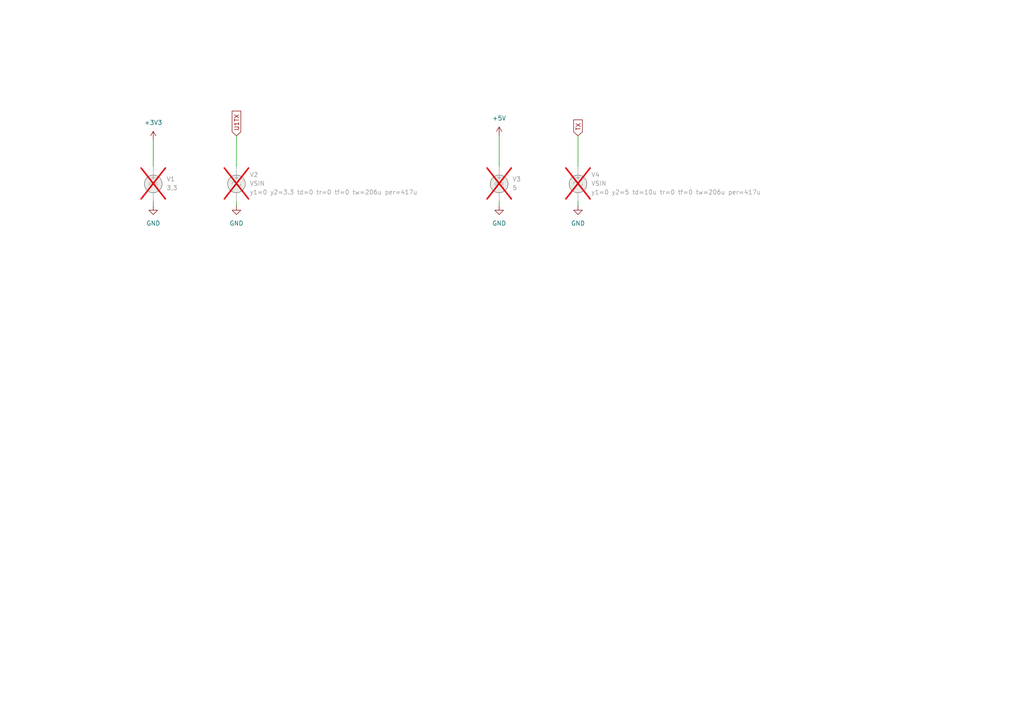
<source format=kicad_sch>
(kicad_sch (version 20230121) (generator eeschema)
  (paper "A4")
  (lib_symbols
    (symbol "Simulation_SPICE:VDC" (pin_numbers hide) (pin_names (offset 0.0254))
      (property "Reference" "V" (at 2.54 2.54 0))
      (property "Value" "1" (at 2.54 0 0))
      (symbol "VDC_0_0"
        (polyline (pts (xy -1.27 0.254) (xy 1.27 0.254)))
        (polyline (pts (xy -0.762 -0.254) (xy -1.27 -0.254)))
        (polyline (pts (xy 0.254 -0.254) (xy -0.254 -0.254)))
        (polyline (pts (xy 1.27 -0.254) (xy 0.762 -0.254)))
        (text "+" (at 0 1.905 0) (effects (font (size 1.27 1.27))))
      )
      (symbol "VDC_0_1"
        (circle (center 0 0) (radius 2.54) (stroke (width 0.254)) (fill (type background)))
      )
      (symbol "VDC_1_1"
        (pin passive line (at 0 5.08 270) (length 2.54) (name "~") (number "1"))
        (pin passive line (at 0 -5.08 90) (length 2.54) (name "~") (number "2"))
      )
    )
    (symbol "Simulation_SPICE:VSIN" (pin_numbers hide) (pin_names (offset 0.0254))
      (property "Reference" "V" (at 2.54 2.54 0))
      (property "Value" "VSIN" (at 2.54 0 0))
      (property "Sim.Params" "dc=0 ampl=1 f=1k ac=1" (at 2.54 -2.54 0))
      (symbol "VSIN_0_0"
        (arc (start 0 0) (mid -0.635 0.6323) (end -1.27 0))
        (arc (start 0 0) (mid 0.635 -0.6323) (end 1.27 0))
        (text "+" (at 0 1.905 0) (effects (font (size 1.27 1.27))))
      )
      (symbol "VSIN_0_1"
        (circle (center 0 0) (radius 2.54) (stroke (width 0.254)) (fill (type background)))
      )
      (symbol "VSIN_1_1"
        (pin passive line (at 0 5.08 270) (length 2.54) (name "~") (number "1"))
        (pin passive line (at 0 -5.08 90) (length 2.54) (name "~") (number "2"))
      )
    )
    (symbol "power:+3V3" (power) (pin_names (offset 0))
      (property "Value" "+3V3" (at 0 3.556 0))
      (symbol "+3V3_0_1"
        (polyline (pts (xy -0.762 1.27) (xy 0 2.54)))
        (polyline (pts (xy 0 0) (xy 0 2.54)))
        (polyline (pts (xy 0 2.54) (xy 0.762 1.27)))
      )
      (symbol "+3V3_1_1"
        (pin power_in line (at 0 0 90) (length 0) hide (name "+3V3") (number "1"))
      )
    )
    (symbol "power:+5V" (power) (pin_names (offset 0))
      (property "Value" "+5V" (at 0 3.556 0))
      (symbol "+5V_0_1"
        (polyline (pts (xy -0.762 1.27) (xy 0 2.54)))
        (polyline (pts (xy 0 0) (xy 0 2.54)))
        (polyline (pts (xy 0 2.54) (xy 0.762 1.27)))
      )
      (symbol "+5V_1_1"
        (pin power_in line (at 0 0 90) (length 0) hide (name "+5V") (number "1"))
      )
    )
    (symbol "power:GND" (power) (pin_names (offset 0))
      (property "Value" "GND" (at 0 -3.81 0))
      (symbol "GND_0_1"
        (polyline (pts (xy 0 0) (xy 0 -1.27) (xy 1.27 -1.27) (xy 0 -2.54) (xy -1.27 -1.27) (xy 0 -1.27)))
      )
      (symbol "GND_1_1"
        (pin power_in line (at 0 0 270) (length 0) hide (name "GND") (number "1"))
      )
    )
  )
  (wire (pts (xy 144.78 58.42) (xy 144.78 59.69)))
  (wire (pts (xy 68.58 58.42) (xy 68.58 59.69)))
  (wire (pts (xy 167.64 58.42) (xy 167.64 59.69)))
  (wire (pts (xy 68.58 39.37) (xy 68.58 48.26)))
  (wire (pts (xy 167.64 39.37) (xy 167.64 48.26)))
  (wire (pts (xy 44.45 58.42) (xy 44.45 59.69)))
  (wire (pts (xy 44.45 40.64) (xy 44.45 48.26)))
  (wire (pts (xy 144.78 39.37) (xy 144.78 48.26)))
  (global_label "TX" (shape input) (at 167.64 39.37 90) (property "Intersheetrefs" "${INTERSHEET_REFS}" (effects hide)))
  (global_label "U1TX" (shape input) (at 68.58 39.37 90) (property "Intersheetrefs" "${INTERSHEET_REFS}" (effects hide)))
  (symbol (lib_id "Simulation_SPICE:VSIN") (at 68.58 53.34 0) (unit 1) (in_bom no) (on_board no) (dnp yes)
    (property "Reference" "V2" (at 72.39 50.6702 0) (effects (justify left)))
    (property "Value" "VSIN" (at 72.39 53.2102 0) (effects (justify left)))
    (property "Sim.Pins" "1=+ 2=-" (effects hide))
    (property "Sim.Params" "y1=0 y2=3.3 td=0 tr=0 tf=0 tw=206u per=417u" (at 72.39 55.7502 0) (effects (justify left)))
    (property "Sim.Type" "PULSE" (effects hide))
    (property "Sim.Device" "V" (effects hide))
  )
  (symbol (lib_id "power:+3V3") (at 44.45 40.64 0) (unit 1)
    (property "Reference" "#PWR01" (effects hide))
    (property "Value" "+3V3" (at 44.45 35.56 0))
  )
  (symbol (lib_id "power:GND") (at 167.64 59.69 0) (unit 1)
    (property "Reference" "#PWR018" (effects hide))
    (property "Value" "GND" (at 167.64 64.77 0))
  )
  (symbol (lib_id "power:+5V") (at 144.78 39.37 0) (unit 1)
    (property "Reference" "#PWR05" (effects hide))
    (property "Value" "+5V" (at 144.78 34.29 0))
  )
  (symbol (lib_id "Simulation_SPICE:VDC") (at 44.45 53.34 0) (unit 1) (in_bom no) (on_board no) (dnp yes)
    (property "Reference" "V1" (at 48.26 51.9402 0) (effects (justify left)))
    (property "Value" "3,3" (at 48.26 54.4802 0) (effects (justify left)))
    (property "Sim.Pins" "1=+ 2=-" (effects hide))
    (property "Sim.Type" "DC" (effects hide))
    (property "Sim.Device" "V" (effects hide))
    (property "Sim.Params" "dc=3.3" (effects hide))
  )
  (symbol (lib_id "Simulation_SPICE:VDC") (at 144.78 53.34 0) (unit 1) (on_board no) (dnp yes)
    (property "Reference" "V3" (at 148.59 51.9402 0) (effects (justify left)))
    (property "Value" "5" (at 148.59 54.4802 0) (effects (justify left)))
    (property "Sim.Pins" "1=+ 2=-" (effects hide))
    (property "Sim.Type" "DC" (effects hide))
    (property "Sim.Device" "V" (effects hide))
    (property "Sim.Params" "dc=5" (effects hide))
  )
  (symbol (lib_id "Simulation_SPICE:VSIN") (at 167.64 53.34 0) (unit 1) (in_bom no) (on_board no) (dnp yes)
    (property "Reference" "V4" (at 171.45 50.6702 0) (effects (justify left)))
    (property "Value" "VSIN" (at 171.45 53.2102 0) (effects (justify left)))
    (property "Sim.Pins" "1=+ 2=-" (effects hide))
    (property "Sim.Params" "y1=0 y2=5 td=10u tr=0 tf=0 tw=206u per=417u" (at 171.45 55.7502 0) (effects (justify left)))
    (property "Sim.Type" "PULSE" (effects hide))
    (property "Sim.Device" "V" (effects hide))
  )
  (symbol (lib_id "power:GND") (at 44.45 59.69 0) (unit 1)
    (property "Reference" "#PWR02" (effects hide))
    (property "Value" "GND" (at 44.45 64.77 0))
  )
  (symbol (lib_id "power:GND") (at 144.78 59.69 0) (unit 1)
    (property "Reference" "#PWR014" (effects hide))
    (property "Value" "GND" (at 144.78 64.77 0))
  )
  (symbol (lib_id "power:GND") (at 68.58 59.69 0) (unit 1)
    (property "Reference" "#PWR04" (effects hide))
    (property "Value" "GND" (at 68.58 64.77 0))
  )
)
</source>
